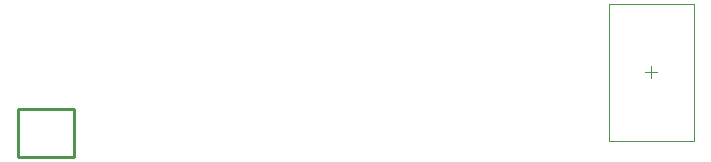
<source format=gbr>
%TF.GenerationSoftware,Altium Limited,Altium Designer,19.1.8 (144)*%
G04 Layer_Color=16711935*
%FSLAX26Y26*%
%MOIN*%
%TF.FileFunction,Other,Courtyard_Bottom*%
%TF.Part,Single*%
G01*
G75*
%TA.AperFunction,NonConductor*%
%ADD51C,0.010000*%
%ADD86C,0.003937*%
%ADD87C,0.001968*%
D51*
X669291Y437008D02*
X854331D01*
X669291Y279527D02*
Y437008D01*
Y279527D02*
X854331D01*
Y437008D01*
X669291D02*
X854331D01*
X669291Y279527D02*
Y437008D01*
Y279527D02*
X854331D01*
Y437008D01*
D86*
X2778543Y541339D02*
Y580709D01*
X2758858Y561024D02*
X2798229D01*
D87*
X2636811Y332677D02*
X2920276D01*
X2636811Y789370D02*
X2920276D01*
Y332677D02*
Y789370D01*
X2636811Y332677D02*
Y789370D01*
%TF.MD5,cdb15a8bd7ee225aeb4b9e03654a646b*%
M02*

</source>
